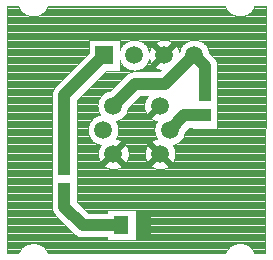
<source format=gbr>
G04 DipTrace 3.2.0.1*
G04 Top.gbr*
%MOIN*%
G04 #@! TF.FileFunction,Copper,L1,Top*
G04 #@! TF.Part,Single*
G04 #@! TA.AperFunction,Conductor*
%ADD14C,0.03937*%
G04 #@! TA.AperFunction,CopperBalancing*
%ADD15C,0.003937*%
%ADD16C,0.019685*%
%ADD17R,0.051181X0.059055*%
G04 #@! TA.AperFunction,ComponentPad*
%ADD18R,0.059055X0.059055*%
%ADD19C,0.059055*%
%ADD20R,0.03937X0.043307*%
%FSLAX26Y26*%
G04*
G70*
G90*
G75*
G01*
G04 Top*
%LPD*%
X767764Y956178D2*
D14*
X840719Y1029134D1*
X943260D1*
X1038976Y1124850D1*
X1074016Y990551D2*
Y1089811D1*
X1038976Y1124850D1*
X1074016Y923622D2*
X1005109D1*
X957604Y876115D1*
X606693Y679921D2*
Y618898D1*
X666929Y558661D1*
X796063D1*
X606693Y746850D2*
Y992567D1*
X738976Y1124850D1*
X415752Y1283596D2*
D15*
X454342D1*
X549595D2*
X1143319D1*
X1238571D2*
X1277154D1*
X415752Y1279790D2*
X456349D1*
X547588D2*
X1145326D1*
X1236564D2*
X1277146D1*
X415752Y1275984D2*
X458787D1*
X545150D2*
X1147763D1*
X1234127D2*
X1277131D1*
X415752Y1272178D2*
X461740D1*
X542197D2*
X1150716D1*
X1231174D2*
X1277123D1*
X415752Y1268373D2*
X465323D1*
X538614D2*
X1154299D1*
X1227591D2*
X1277115D1*
X415752Y1264567D2*
X469752D1*
X534185D2*
X1158728D1*
X1223161D2*
X1277108D1*
X415752Y1260761D2*
X475465D1*
X528472D2*
X1164442D1*
X1217448D2*
X1277100D1*
X415752Y1256955D2*
X483624D1*
X520313D2*
X1172600D1*
X1209290D2*
X1277085D1*
X415752Y1253150D2*
X1277077D1*
X415752Y1249344D2*
X1277069D1*
X415752Y1245538D2*
X1277062D1*
X415752Y1241732D2*
X1277054D1*
X415752Y1237927D2*
X1277046D1*
X415752Y1234121D2*
X1277031D1*
X415752Y1230315D2*
X1277023D1*
X415752Y1226509D2*
X1277015D1*
X415752Y1222703D2*
X1277008D1*
X415752Y1218898D2*
X1277000D1*
X415752Y1215092D2*
X1276985D1*
X415752Y1211286D2*
X1276977D1*
X415752Y1207480D2*
X1276969D1*
X415752Y1203675D2*
X1276962D1*
X415752Y1199869D2*
X1276954D1*
X415752Y1196063D2*
X1276946D1*
X415752Y1192257D2*
X1276931D1*
X415752Y1188451D2*
X1276923D1*
X415752Y1184646D2*
X1276915D1*
X415752Y1180840D2*
X1276908D1*
X415752Y1177034D2*
X1276900D1*
X415752Y1173228D2*
X687241D1*
X790706D2*
X821399D1*
X856551D2*
X921401D1*
X956552D2*
X1021402D1*
X1056554D2*
X1276885D1*
X415752Y1169423D2*
X687241D1*
X790706D2*
X813110D1*
X864848D2*
X913111D1*
X964841D2*
X1013105D1*
X1064843D2*
X1276877D1*
X415752Y1165617D2*
X687241D1*
X790706D2*
X807381D1*
X870576D2*
X907375D1*
X970578D2*
X1007377D1*
X1070572D2*
X1276869D1*
X415752Y1161811D2*
X687241D1*
X790706D2*
X802952D1*
X874998D2*
X902954D1*
X974999D2*
X1002955D1*
X1075001D2*
X1276862D1*
X415752Y1158005D2*
X687241D1*
X790706D2*
X799384D1*
X878566D2*
X899386D1*
X978567D2*
X999387D1*
X1078569D2*
X1276854D1*
X415752Y1154199D2*
X687241D1*
X790706D2*
X796462D1*
X881495D2*
X896464D1*
X981489D2*
X996457D1*
X1081491D2*
X1276846D1*
X415752Y1150394D2*
X687241D1*
X790706D2*
X794048D1*
X883902D2*
X894049D1*
X983904D2*
X994051D1*
X1083905D2*
X1276831D1*
X415752Y1146588D2*
X687241D1*
X885878D2*
X892073D1*
X985880D2*
X992074D1*
X1085881D2*
X1276823D1*
X415752Y1142782D2*
X687241D1*
X887478D2*
X890481D1*
X987472D2*
X990475D1*
X1087473D2*
X1276815D1*
X415752Y1138976D2*
X687241D1*
X1088726D2*
X1276808D1*
X415752Y1135171D2*
X687241D1*
X1089657D2*
X1276800D1*
X415752Y1131365D2*
X686410D1*
X1091541D2*
X1276785D1*
X415752Y1127559D2*
X682604D1*
X1095347D2*
X1276777D1*
X415752Y1123753D2*
X678798D1*
X1099153D2*
X1276769D1*
X415752Y1119948D2*
X674992D1*
X1102960D2*
X1276762D1*
X415752Y1116142D2*
X671193D1*
X1106481D2*
X1276754D1*
X415752Y1112336D2*
X667387D1*
X1109257D2*
X1276746D1*
X415752Y1108530D2*
X663580D1*
X1111441D2*
X1276731D1*
X415752Y1104724D2*
X659774D1*
X886601D2*
X891350D1*
X1113133D2*
X1276723D1*
X415752Y1100919D2*
X655968D1*
X790706D2*
X793163D1*
X884786D2*
X893165D1*
X1114394D2*
X1276716D1*
X415752Y1097113D2*
X652162D1*
X790706D2*
X795386D1*
X882572D2*
X895379D1*
X1115255D2*
X1276708D1*
X415752Y1093307D2*
X648355D1*
X790706D2*
X798077D1*
X879873D2*
X898078D1*
X1115755D2*
X1276700D1*
X415752Y1089501D2*
X644549D1*
X790706D2*
X801353D1*
X876597D2*
X901354D1*
X1115909D2*
X1276685D1*
X415752Y1085696D2*
X640743D1*
X790706D2*
X805382D1*
X872576D2*
X905376D1*
X1115909D2*
X1276677D1*
X415752Y1081890D2*
X636936D1*
X790706D2*
X810472D1*
X867477D2*
X910474D1*
X1115909D2*
X1276669D1*
X415752Y1078084D2*
X633130D1*
X790706D2*
X817400D1*
X860549D2*
X917402D1*
X1115909D2*
X1276662D1*
X415752Y1074278D2*
X629324D1*
X790706D2*
X829742D1*
X848208D2*
X929328D1*
X1115909D2*
X1276654D1*
X415752Y1070472D2*
X625518D1*
X743677D2*
X836716D1*
X1115909D2*
X1276646D1*
X415752Y1066667D2*
X621711D1*
X739871D2*
X822629D1*
X1115909D2*
X1276631D1*
X415752Y1062861D2*
X617905D1*
X736064D2*
X816147D1*
X1115909D2*
X1276623D1*
X415752Y1059055D2*
X614106D1*
X732258D2*
X811572D1*
X1115909D2*
X1276616D1*
X415752Y1055249D2*
X610300D1*
X728452D2*
X807758D1*
X1115909D2*
X1276608D1*
X415752Y1051444D2*
X606494D1*
X724646D2*
X803952D1*
X1115909D2*
X1276600D1*
X415752Y1047638D2*
X602687D1*
X720839D2*
X800145D1*
X1115909D2*
X1276585D1*
X415752Y1043832D2*
X598881D1*
X717033D2*
X796339D1*
X1115909D2*
X1276577D1*
X415752Y1040026D2*
X595075D1*
X713227D2*
X792533D1*
X1115909D2*
X1276569D1*
X415752Y1036220D2*
X591269D1*
X709428D2*
X788726D1*
X1115909D2*
X1276562D1*
X415752Y1032415D2*
X587462D1*
X705622D2*
X784920D1*
X1115909D2*
X1276554D1*
X415752Y1028609D2*
X583656D1*
X701815D2*
X781114D1*
X1115909D2*
X1276546D1*
X415752Y1024803D2*
X579850D1*
X698009D2*
X777308D1*
X1115909D2*
X1276531D1*
X415752Y1020997D2*
X576074D1*
X694203D2*
X773501D1*
X1115909D2*
X1276523D1*
X415752Y1017192D2*
X572898D1*
X690397D2*
X769695D1*
X1115909D2*
X1276516D1*
X415752Y1013386D2*
X570407D1*
X686590D2*
X765896D1*
X1115909D2*
X1276508D1*
X415752Y1009580D2*
X568454D1*
X682784D2*
X762090D1*
X1115909D2*
X1276500D1*
X415752Y1005774D2*
X566962D1*
X678978D2*
X754108D1*
X1115909D2*
X1276485D1*
X415752Y1001969D2*
X565886D1*
X675171D2*
X744158D1*
X1115909D2*
X1276477D1*
X415752Y998163D2*
X565178D1*
X671365D2*
X737822D1*
X1115909D2*
X1276469D1*
X415752Y994357D2*
X564840D1*
X667559D2*
X733047D1*
X1115909D2*
X1276462D1*
X415752Y990551D2*
X564801D1*
X663753D2*
X729233D1*
X1115909D2*
X1276454D1*
X415752Y986745D2*
X564801D1*
X659946D2*
X726127D1*
X857412D2*
X882369D1*
X1115909D2*
X1276446D1*
X415752Y982940D2*
X564801D1*
X656140D2*
X723558D1*
X853606D2*
X879762D1*
X1115909D2*
X1276431D1*
X415752Y979134D2*
X564801D1*
X652341D2*
X721451D1*
X849799D2*
X877617D1*
X1115909D2*
X1276423D1*
X415752Y975328D2*
X564801D1*
X648581D2*
X719737D1*
X845993D2*
X875871D1*
X1115909D2*
X1276416D1*
X415752Y971522D2*
X564801D1*
X648581D2*
X718376D1*
X842187D2*
X874479D1*
X1115909D2*
X1276408D1*
X415752Y967717D2*
X564801D1*
X648581D2*
X717345D1*
X838380D2*
X873418D1*
X1115909D2*
X1276400D1*
X415752Y963911D2*
X564801D1*
X648581D2*
X716615D1*
X834574D2*
X872665D1*
X1115909D2*
X1276385D1*
X415752Y960105D2*
X564801D1*
X648581D2*
X716184D1*
X830768D2*
X872203D1*
X1115909D2*
X1276377D1*
X415752Y956299D2*
X564801D1*
X648581D2*
X716030D1*
X826962D2*
X872026D1*
X1115909D2*
X1276369D1*
X415752Y952493D2*
X564801D1*
X648581D2*
X716161D1*
X823155D2*
X872134D1*
X1115909D2*
X1276362D1*
X415752Y948688D2*
X564801D1*
X648581D2*
X716584D1*
X819349D2*
X872526D1*
X1115909D2*
X1276354D1*
X415752Y944882D2*
X564801D1*
X648581D2*
X717291D1*
X818234D2*
X873211D1*
X1115909D2*
X1276346D1*
X415752Y941076D2*
X564801D1*
X648581D2*
X718306D1*
X817227D2*
X874195D1*
X1115909D2*
X1276331D1*
X415752Y937270D2*
X564801D1*
X648581D2*
X719637D1*
X815889D2*
X875502D1*
X1115909D2*
X1276323D1*
X415752Y933465D2*
X564801D1*
X648581D2*
X721328D1*
X814197D2*
X877163D1*
X1115909D2*
X1276316D1*
X415752Y929659D2*
X564801D1*
X648581D2*
X723412D1*
X812113D2*
X879208D1*
X1115909D2*
X1276308D1*
X415752Y925853D2*
X564801D1*
X648581D2*
X723266D1*
X809583D2*
X881700D1*
X1115909D2*
X1276300D1*
X415752Y922047D2*
X564801D1*
X648581D2*
X712516D1*
X806508D2*
X884722D1*
X1115909D2*
X1276285D1*
X415752Y918241D2*
X564801D1*
X648581D2*
X705949D1*
X802747D2*
X888413D1*
X1115909D2*
X1276277D1*
X415752Y914436D2*
X564801D1*
X648581D2*
X701051D1*
X798041D2*
X893019D1*
X1115909D2*
X1276270D1*
X415752Y910630D2*
X564801D1*
X648581D2*
X697153D1*
X791844D2*
X899047D1*
X1115909D2*
X1276262D1*
X415752Y906824D2*
X564801D1*
X648581D2*
X693969D1*
X782293D2*
X908113D1*
X1115909D2*
X1276254D1*
X415752Y903018D2*
X564801D1*
X648581D2*
X691355D1*
X779264D2*
X913480D1*
X1115909D2*
X1276246D1*
X415752Y899213D2*
X564801D1*
X648581D2*
X689202D1*
X781417D2*
X911358D1*
X1115909D2*
X1276231D1*
X415752Y895407D2*
X564801D1*
X648581D2*
X687448D1*
X783170D2*
X909636D1*
X1115909D2*
X1276223D1*
X415752Y891601D2*
X564801D1*
X648581D2*
X686049D1*
X784570D2*
X908259D1*
X1115909D2*
X1276216D1*
X415752Y887795D2*
X564801D1*
X648581D2*
X684988D1*
X785631D2*
X907213D1*
X1115909D2*
X1276208D1*
X415752Y883990D2*
X564801D1*
X648581D2*
X684227D1*
X786392D2*
X906475D1*
X1115909D2*
X1276200D1*
X415752Y880184D2*
X564801D1*
X648581D2*
X683758D1*
X786861D2*
X906029D1*
X1020752D2*
X1032129D1*
X1115909D2*
X1276185D1*
X415752Y876378D2*
X564801D1*
X648581D2*
X683581D1*
X787038D2*
X905868D1*
X1016945D2*
X1276177D1*
X415752Y872572D2*
X564801D1*
X648581D2*
X683681D1*
X786938D2*
X905991D1*
X1013139D2*
X1276170D1*
X415752Y868766D2*
X564801D1*
X648581D2*
X684065D1*
X786553D2*
X906398D1*
X1009333D2*
X1276162D1*
X415752Y864961D2*
X564801D1*
X648581D2*
X684749D1*
X785877D2*
X907098D1*
X1008110D2*
X1276154D1*
X415752Y861155D2*
X564801D1*
X648581D2*
X685726D1*
X784893D2*
X908098D1*
X1007103D2*
X1276146D1*
X415752Y857349D2*
X564801D1*
X648581D2*
X687026D1*
X783593D2*
X909420D1*
X1005780D2*
X1276131D1*
X415752Y853543D2*
X564801D1*
X648581D2*
X688679D1*
X781940D2*
X911097D1*
X1004104D2*
X1276123D1*
X415752Y849738D2*
X564801D1*
X648581D2*
X690717D1*
X779902D2*
X913165D1*
X1002043D2*
X1276116D1*
X415752Y845932D2*
X564801D1*
X648581D2*
X693200D1*
X781986D2*
X913734D1*
X999521D2*
X1276108D1*
X415752Y842126D2*
X564801D1*
X648581D2*
X696207D1*
X792336D2*
X902646D1*
X996468D2*
X1276100D1*
X415752Y838320D2*
X564801D1*
X648581D2*
X699890D1*
X798787D2*
X896002D1*
X992739D2*
X1276093D1*
X415752Y834514D2*
X564801D1*
X648581D2*
X704473D1*
X803632D2*
X891050D1*
X988079D2*
X1276077D1*
X415752Y830709D2*
X564801D1*
X648581D2*
X710471D1*
X807484D2*
X887121D1*
X981951D2*
X1276070D1*
X415752Y826903D2*
X564801D1*
X648581D2*
X719437D1*
X810637D2*
X883914D1*
X972615D2*
X1276062D1*
X415752Y823097D2*
X564801D1*
X648581D2*
X725081D1*
X813228D2*
X881285D1*
X969017D2*
X1276054D1*
X415752Y819291D2*
X564801D1*
X648581D2*
X722943D1*
X815358D2*
X879108D1*
X971185D2*
X1276047D1*
X415752Y815486D2*
X564801D1*
X648581D2*
X721213D1*
X817096D2*
X877348D1*
X972954D2*
X1276031D1*
X415752Y811680D2*
X564801D1*
X648581D2*
X719837D1*
X818472D2*
X875940D1*
X974361D2*
X1276023D1*
X415752Y807874D2*
X564801D1*
X648581D2*
X718783D1*
X819518D2*
X874856D1*
X975438D2*
X1276016D1*
X415752Y804068D2*
X564801D1*
X648581D2*
X718037D1*
X820264D2*
X874087D1*
X976206D2*
X1276008D1*
X415752Y800262D2*
X564801D1*
X648581D2*
X717584D1*
X820718D2*
X873611D1*
X976683D2*
X1276000D1*
X415752Y796457D2*
X564801D1*
X648581D2*
X717422D1*
X820887D2*
X873418D1*
X976875D2*
X1275993D1*
X415752Y792651D2*
X564801D1*
X648581D2*
X717537D1*
X820764D2*
X873511D1*
X976783D2*
X1275977D1*
X415752Y788845D2*
X564801D1*
X648581D2*
X717937D1*
X820364D2*
X873887D1*
X976406D2*
X1275970D1*
X415752Y785039D2*
X564801D1*
X648581D2*
X718629D1*
X819672D2*
X874556D1*
X975745D2*
X1275962D1*
X415752Y781234D2*
X564801D1*
X648581D2*
X719629D1*
X818680D2*
X875525D1*
X974776D2*
X1275954D1*
X415752Y777428D2*
X564801D1*
X648581D2*
X720944D1*
X817357D2*
X876809D1*
X973484D2*
X1275947D1*
X415752Y773622D2*
X564801D1*
X648581D2*
X722612D1*
X815689D2*
X878447D1*
X971847D2*
X1275931D1*
X415752Y769816D2*
X564801D1*
X648581D2*
X724673D1*
X813636D2*
X880470D1*
X969824D2*
X1275924D1*
X415752Y766010D2*
X564801D1*
X648581D2*
X727180D1*
X811129D2*
X882938D1*
X967364D2*
X1275916D1*
X415752Y762205D2*
X564801D1*
X648581D2*
X730217D1*
X808084D2*
X885929D1*
X964372D2*
X1275908D1*
X415752Y758399D2*
X564801D1*
X648581D2*
X733939D1*
X804370D2*
X889574D1*
X960720D2*
X1275900D1*
X415752Y754593D2*
X564801D1*
X648581D2*
X738576D1*
X799725D2*
X894118D1*
X956175D2*
X1275893D1*
X415752Y750787D2*
X564801D1*
X648581D2*
X744666D1*
X793635D2*
X900047D1*
X950247D2*
X1275877D1*
X415752Y746982D2*
X564801D1*
X648581D2*
X753901D1*
X784400D2*
X908836D1*
X941458D2*
X1275870D1*
X415752Y743176D2*
X564801D1*
X648581D2*
X1275862D1*
X415752Y739370D2*
X564801D1*
X648581D2*
X1275854D1*
X415752Y735564D2*
X564801D1*
X648581D2*
X1275847D1*
X415752Y731759D2*
X564801D1*
X648581D2*
X1275831D1*
X415752Y727953D2*
X564801D1*
X648581D2*
X1275824D1*
X415752Y724147D2*
X564801D1*
X648581D2*
X1275816D1*
X415752Y720341D2*
X564801D1*
X648581D2*
X1275808D1*
X415752Y716535D2*
X564801D1*
X648581D2*
X1275800D1*
X415752Y712730D2*
X564801D1*
X648581D2*
X1275793D1*
X415752Y708924D2*
X564801D1*
X648581D2*
X1275777D1*
X415752Y705118D2*
X564801D1*
X648581D2*
X1275770D1*
X415752Y701312D2*
X564801D1*
X648581D2*
X1275762D1*
X415752Y697507D2*
X564801D1*
X648581D2*
X1275754D1*
X415752Y693701D2*
X564801D1*
X648581D2*
X1275747D1*
X415752Y689895D2*
X564801D1*
X648581D2*
X1275731D1*
X415752Y686089D2*
X564801D1*
X648581D2*
X1275724D1*
X415752Y682283D2*
X564801D1*
X648581D2*
X1275716D1*
X415752Y678478D2*
X564801D1*
X648581D2*
X1275708D1*
X415752Y674672D2*
X564801D1*
X648581D2*
X1275701D1*
X415752Y670866D2*
X564801D1*
X648581D2*
X1275693D1*
X415752Y667060D2*
X564801D1*
X648581D2*
X1275677D1*
X415752Y663255D2*
X564801D1*
X648581D2*
X1275670D1*
X415752Y659449D2*
X564801D1*
X648581D2*
X1275662D1*
X415752Y655643D2*
X564801D1*
X648581D2*
X1275654D1*
X415752Y651837D2*
X564801D1*
X648581D2*
X1275647D1*
X415752Y648031D2*
X564801D1*
X648581D2*
X1275631D1*
X415752Y644226D2*
X564801D1*
X648581D2*
X1275624D1*
X415752Y640420D2*
X564801D1*
X648581D2*
X1275616D1*
X415752Y636614D2*
X564801D1*
X648581D2*
X1275608D1*
X415752Y632808D2*
X564801D1*
X651857D2*
X1275601D1*
X415752Y629003D2*
X564801D1*
X655663D2*
X1275593D1*
X415752Y625197D2*
X564801D1*
X659470D2*
X1275577D1*
X415752Y621391D2*
X564801D1*
X663276D2*
X1275570D1*
X415752Y617585D2*
X564825D1*
X667082D2*
X1275562D1*
X415752Y613780D2*
X565117D1*
X670888D2*
X1275554D1*
X415752Y609974D2*
X565770D1*
X674695D2*
X748264D1*
X843855D2*
X1275547D1*
X415752Y606168D2*
X566801D1*
X678501D2*
X748264D1*
X843855D2*
X1275531D1*
X415752Y602362D2*
X568239D1*
X682307D2*
X748264D1*
X843855D2*
X1275524D1*
X415752Y598556D2*
X570130D1*
X843855D2*
X1275516D1*
X415752Y594751D2*
X572552D1*
X843855D2*
X1275508D1*
X415752Y590945D2*
X575628D1*
X843855D2*
X1275501D1*
X415752Y587139D2*
X579373D1*
X843855D2*
X1275493D1*
X415752Y583333D2*
X583179D1*
X843855D2*
X1275478D1*
X415752Y579528D2*
X586986D1*
X843855D2*
X1275470D1*
X415752Y575722D2*
X590792D1*
X843855D2*
X1275462D1*
X415752Y571916D2*
X594598D1*
X843855D2*
X1275454D1*
X415752Y568110D2*
X598404D1*
X843855D2*
X1275447D1*
X415752Y564304D2*
X602211D1*
X843855D2*
X1275431D1*
X415752Y560499D2*
X606017D1*
X843855D2*
X1275424D1*
X415752Y556693D2*
X609823D1*
X843855D2*
X1275416D1*
X415752Y552887D2*
X613622D1*
X843855D2*
X1275408D1*
X415752Y549081D2*
X617428D1*
X843855D2*
X1275401D1*
X415752Y545276D2*
X621234D1*
X843855D2*
X1275393D1*
X415752Y541470D2*
X625041D1*
X843855D2*
X1275378D1*
X415752Y537664D2*
X628847D1*
X843855D2*
X1275370D1*
X415752Y533858D2*
X632653D1*
X843855D2*
X1275362D1*
X415752Y530052D2*
X636460D1*
X843855D2*
X1275354D1*
X415752Y526247D2*
X640627D1*
X843855D2*
X1275347D1*
X415752Y522441D2*
X646287D1*
X843855D2*
X1275331D1*
X415752Y518635D2*
X655591D1*
X843855D2*
X1275324D1*
X415752Y514829D2*
X748264D1*
X843855D2*
X1275316D1*
X415752Y511024D2*
X748264D1*
X843855D2*
X1275308D1*
X415752Y507218D2*
X1275301D1*
X415752Y503412D2*
X1275293D1*
X415752Y499606D2*
X1275278D1*
X415752Y495801D2*
X485946D1*
X517991D2*
X1174922D1*
X1206967D2*
X1275270D1*
X415752Y491995D2*
X476880D1*
X527057D2*
X1165856D1*
X1216033D2*
X1275262D1*
X415752Y488189D2*
X470813D1*
X533124D2*
X1159789D1*
X1222100D2*
X1275255D1*
X415752Y484383D2*
X466161D1*
X537776D2*
X1155137D1*
X1226752D2*
X1275247D1*
X415752Y480577D2*
X462424D1*
X541513D2*
X1151400D1*
X1230490D2*
X1275231D1*
X415752Y476772D2*
X459356D1*
X544581D2*
X1148332D1*
X1233558D2*
X1275224D1*
X415752Y472966D2*
X456818D1*
X547119D2*
X1145795D1*
X1236095D2*
X1275216D1*
X415752Y469160D2*
X454727D1*
X549210D2*
X1143703D1*
X1238187D2*
X1275208D1*
X415752Y465354D2*
X453020D1*
X550917D2*
X758653D1*
X1115512Y990516D2*
Y880157D1*
X1032520D1*
Y882118D1*
X1022304Y882126D1*
X1008316Y868144D1*
X1007588Y864408D1*
X1006544Y860613D1*
X1005213Y856909D1*
X1003602Y853318D1*
X1001720Y849861D1*
X999579Y846558D1*
X997191Y843429D1*
X994571Y840492D1*
X991733Y837765D1*
X988694Y835263D1*
X985473Y833001D1*
X982088Y830992D1*
X978559Y829249D1*
X974907Y827781D1*
X971153Y826598D1*
X967320Y825705D1*
X966918Y825635D1*
X968582Y823161D1*
X970178Y820447D1*
X971605Y817640D1*
X972857Y814750D1*
X973930Y811790D1*
X974819Y808769D1*
X975522Y805699D1*
X976034Y802592D1*
X976356Y799459D1*
X976484Y796313D1*
X976413Y793035D1*
X976148Y789898D1*
X975690Y786782D1*
X975043Y783700D1*
X974208Y780664D1*
X973188Y777684D1*
X971988Y774773D1*
X970611Y771941D1*
X969063Y769198D1*
X967350Y766556D1*
X965478Y764023D1*
X963455Y761610D1*
X961287Y759326D1*
X958984Y757179D1*
X956553Y755177D1*
X954003Y753328D1*
X951346Y751639D1*
X948590Y750116D1*
X945745Y748764D1*
X942823Y747590D1*
X939835Y746597D1*
X936791Y745789D1*
X933703Y745169D1*
X930584Y744740D1*
X927444Y744503D1*
X924295Y744459D1*
X921149Y744607D1*
X918019Y744949D1*
X914915Y745482D1*
X911850Y746204D1*
X908834Y747112D1*
X905881Y748204D1*
X902999Y749475D1*
X900201Y750920D1*
X897497Y752534D1*
X894897Y754311D1*
X892411Y756244D1*
X890048Y758325D1*
X887817Y760548D1*
X885727Y762903D1*
X883784Y765382D1*
X881998Y767975D1*
X880374Y770673D1*
X878918Y773465D1*
X877636Y776342D1*
X876533Y779291D1*
X875613Y782303D1*
X874879Y785366D1*
X874335Y788467D1*
X873981Y791596D1*
X873820Y794741D1*
X873853Y797890D1*
X874078Y801031D1*
X874495Y804153D1*
X875103Y807243D1*
X875900Y810289D1*
X876881Y813282D1*
X878045Y816208D1*
X879385Y819058D1*
X880898Y821820D1*
X882577Y824484D1*
X884416Y827040D1*
X886409Y829478D1*
X888547Y831790D1*
X890823Y833966D1*
X893228Y835999D1*
X895754Y837881D1*
X898390Y839604D1*
X901126Y841162D1*
X903953Y842549D1*
X906860Y843761D1*
X909836Y844792D1*
X912869Y845638D1*
X915826Y846275D1*
X914452Y848300D1*
X912448Y851688D1*
X910709Y855219D1*
X909246Y858873D1*
X908067Y862629D1*
X907179Y866463D1*
X906588Y870355D1*
X906297Y874280D1*
X906307Y878216D1*
X906618Y882139D1*
X907230Y886028D1*
X908137Y889858D1*
X909335Y893607D1*
X910817Y897253D1*
X912574Y900776D1*
X914596Y904153D1*
X915303Y905208D1*
X912372Y905786D1*
X909324Y906578D1*
X906331Y907556D1*
X903403Y908715D1*
X900551Y910052D1*
X897787Y911561D1*
X895121Y913237D1*
X892563Y915073D1*
X890122Y917062D1*
X887807Y919198D1*
X885628Y921471D1*
X883592Y923873D1*
X881707Y926396D1*
X879981Y929030D1*
X878419Y931765D1*
X877028Y934590D1*
X875813Y937495D1*
X874778Y940469D1*
X873927Y943501D1*
X873264Y946580D1*
X872791Y949693D1*
X872510Y952830D1*
X872421Y955978D1*
X872526Y959125D1*
X872824Y962260D1*
X873313Y965371D1*
X873992Y968446D1*
X874858Y971474D1*
X875908Y974442D1*
X877138Y977341D1*
X878544Y980159D1*
X880120Y982886D1*
X881860Y985510D1*
X883450Y987637D1*
X857914Y987638D1*
X818478Y948208D1*
X817750Y944471D1*
X816706Y940676D1*
X815374Y936972D1*
X813763Y933381D1*
X811881Y929924D1*
X809740Y926621D1*
X807352Y923492D1*
X804732Y920555D1*
X801894Y917828D1*
X798856Y915326D1*
X795635Y913064D1*
X792250Y911055D1*
X788721Y909312D1*
X785068Y907844D1*
X781315Y906661D1*
X777481Y905768D1*
X777080Y905698D1*
X778532Y903557D1*
X780527Y900164D1*
X782257Y896628D1*
X783711Y892971D1*
X784880Y889212D1*
X785757Y885375D1*
X786339Y881482D1*
X786620Y877556D1*
X786611Y873885D1*
X786309Y869961D1*
X785708Y866071D1*
X784810Y862238D1*
X783622Y858486D1*
X782149Y854836D1*
X780401Y851309D1*
X778388Y847927D1*
X777600Y846761D1*
X780669Y846153D1*
X783715Y845353D1*
X786706Y844368D1*
X789631Y843201D1*
X792479Y841857D1*
X795239Y840340D1*
X797901Y838658D1*
X800454Y836815D1*
X802890Y834819D1*
X805199Y832678D1*
X807373Y830399D1*
X809402Y827991D1*
X811281Y825464D1*
X813000Y822825D1*
X814555Y820087D1*
X815939Y817258D1*
X817146Y814350D1*
X818174Y811373D1*
X819016Y808339D1*
X819672Y805258D1*
X820137Y802144D1*
X820410Y799007D1*
X820489Y795730D1*
X820369Y792583D1*
X820055Y789449D1*
X819550Y786341D1*
X818856Y783269D1*
X817974Y780246D1*
X816909Y777283D1*
X815664Y774390D1*
X814244Y771579D1*
X812654Y768861D1*
X810901Y766245D1*
X808990Y763742D1*
X806930Y761360D1*
X804728Y759109D1*
X802391Y756998D1*
X799930Y755033D1*
X797353Y753224D1*
X794669Y751575D1*
X791890Y750095D1*
X789025Y748787D1*
X786086Y747658D1*
X783082Y746711D1*
X780027Y745950D1*
X776930Y745377D1*
X773804Y744996D1*
X770661Y744807D1*
X767512Y744811D1*
X764369Y745008D1*
X761244Y745398D1*
X758148Y745978D1*
X755095Y746747D1*
X752094Y747702D1*
X749157Y748839D1*
X746296Y750154D1*
X743520Y751641D1*
X740841Y753297D1*
X738269Y755113D1*
X735812Y757084D1*
X733481Y759201D1*
X731285Y761458D1*
X729231Y763845D1*
X727327Y766353D1*
X725580Y768973D1*
X723998Y771696D1*
X722585Y774510D1*
X721347Y777406D1*
X720290Y780372D1*
X719416Y783398D1*
X718729Y786471D1*
X718232Y789581D1*
X717927Y792715D1*
X717814Y795862D1*
X717895Y799010D1*
X718168Y802147D1*
X718634Y805262D1*
X719289Y808342D1*
X720132Y811376D1*
X721159Y814353D1*
X722367Y817261D1*
X723751Y820090D1*
X725306Y822828D1*
X726852Y825215D1*
X723538Y825882D1*
X719744Y826931D1*
X716042Y828267D1*
X712453Y829883D1*
X708998Y831769D1*
X705698Y833915D1*
X702572Y836307D1*
X699639Y838931D1*
X696915Y841772D1*
X694417Y844814D1*
X692159Y848038D1*
X690155Y851425D1*
X688416Y854957D1*
X686953Y858611D1*
X685774Y862366D1*
X684887Y866201D1*
X684295Y870092D1*
X684004Y874017D1*
X684014Y877953D1*
X684326Y881877D1*
X684937Y885765D1*
X685845Y889595D1*
X687043Y893345D1*
X688525Y896991D1*
X690282Y900513D1*
X692303Y903890D1*
X694578Y907103D1*
X697091Y910131D1*
X699830Y912959D1*
X702777Y915568D1*
X705915Y917944D1*
X709226Y920072D1*
X712691Y921940D1*
X716288Y923538D1*
X719997Y924855D1*
X723796Y925884D1*
X725988Y926334D1*
X724613Y928363D1*
X722609Y931751D1*
X720870Y935282D1*
X719407Y938936D1*
X718228Y942692D1*
X717341Y946526D1*
X716749Y950418D1*
X716458Y954343D1*
X716468Y958279D1*
X716780Y962202D1*
X717391Y966091D1*
X718299Y969921D1*
X719497Y973670D1*
X720979Y977316D1*
X722736Y980839D1*
X724757Y984216D1*
X727032Y987428D1*
X729545Y990457D1*
X732284Y993284D1*
X735231Y995893D1*
X738369Y998269D1*
X741680Y1000397D1*
X745145Y1002266D1*
X748742Y1003863D1*
X752451Y1005180D1*
X756250Y1006209D1*
X759791Y1006889D1*
X811842Y1058934D1*
X814795Y1061535D1*
X817981Y1063845D1*
X821371Y1065843D1*
X824936Y1067511D1*
X828643Y1068834D1*
X832458Y1069799D1*
X836348Y1070399D1*
X840277Y1070628D1*
X926065Y1070630D1*
X929778Y1074337D1*
X926440Y1075066D1*
X923411Y1075928D1*
X920441Y1076975D1*
X917540Y1078201D1*
X914721Y1079603D1*
X911992Y1081175D1*
X909365Y1082912D1*
X906850Y1084806D1*
X904455Y1086852D1*
X902190Y1089040D1*
X900064Y1091362D1*
X898084Y1093811D1*
X896258Y1096377D1*
X894592Y1099049D1*
X893094Y1101819D1*
X891768Y1104676D1*
X890620Y1107608D1*
X889654Y1110605D1*
X888976Y1113205D1*
X887918Y1109348D1*
X886587Y1105644D1*
X884976Y1102053D1*
X883094Y1098596D1*
X880953Y1095293D1*
X878565Y1092164D1*
X875945Y1089227D1*
X873107Y1086500D1*
X870068Y1083998D1*
X866847Y1081736D1*
X863462Y1079727D1*
X859933Y1077984D1*
X856281Y1076516D1*
X852527Y1075332D1*
X848694Y1074440D1*
X844803Y1073844D1*
X840878Y1073547D1*
X836942Y1073552D1*
X833018Y1073859D1*
X829129Y1074465D1*
X825298Y1075368D1*
X821547Y1076561D1*
X817899Y1078038D1*
X814374Y1079791D1*
X810995Y1081808D1*
X807779Y1084078D1*
X804747Y1086588D1*
X801916Y1089323D1*
X799304Y1092266D1*
X796924Y1095402D1*
X794791Y1098710D1*
X792918Y1102172D1*
X791316Y1105767D1*
X790314Y1108519D1*
X790315Y1073512D1*
X746324D1*
X648193Y975382D1*
X648189Y636084D1*
X684117Y600158D1*
X748660D1*
X748661Y610000D1*
X843465D1*
Y507323D1*
X748661D1*
Y517158D1*
X666929Y517165D1*
X662998Y517352D1*
X659102Y517910D1*
X655277Y518835D1*
X651556Y520118D1*
X647974Y521747D1*
X644562Y523709D1*
X641352Y525985D1*
X638366Y528561D1*
X593045Y573861D1*
X575992Y590980D1*
X573486Y594014D1*
X571278Y597272D1*
X569388Y600724D1*
X567834Y604340D1*
X566630Y608086D1*
X565786Y611930D1*
X565310Y615837D1*
X565197Y618921D1*
X565202Y993219D1*
X565450Y997147D1*
X566070Y1001033D1*
X567054Y1004843D1*
X568396Y1008543D1*
X570081Y1012100D1*
X572096Y1015480D1*
X574423Y1018655D1*
X577039Y1021594D1*
X687638Y1132190D1*
Y1176189D1*
X790315D1*
Y1141210D1*
X791415Y1144179D1*
X793036Y1147766D1*
X794927Y1151218D1*
X797076Y1154516D1*
X799472Y1157639D1*
X802100Y1160569D1*
X804945Y1163289D1*
X807990Y1165783D1*
X811217Y1168037D1*
X814607Y1170037D1*
X818141Y1171771D1*
X821796Y1173229D1*
X825553Y1174403D1*
X829389Y1175286D1*
X833281Y1175872D1*
X837207Y1176158D1*
X841143Y1176143D1*
X845066Y1175827D1*
X848954Y1175210D1*
X852782Y1174298D1*
X856530Y1173095D1*
X860175Y1171608D1*
X863695Y1169847D1*
X867069Y1167821D1*
X870279Y1165542D1*
X873304Y1163024D1*
X876128Y1160282D1*
X878733Y1157332D1*
X881105Y1154191D1*
X883229Y1150877D1*
X885093Y1147410D1*
X886685Y1143811D1*
X887998Y1140100D1*
X888976Y1136486D1*
X889728Y1139350D1*
X890709Y1142342D1*
X891873Y1145268D1*
X893213Y1148118D1*
X894726Y1150880D1*
X896405Y1153544D1*
X898244Y1156100D1*
X900237Y1158539D1*
X902375Y1160850D1*
X904651Y1163027D1*
X907057Y1165059D1*
X909582Y1166941D1*
X912218Y1168664D1*
X914954Y1170222D1*
X917781Y1171610D1*
X920688Y1172821D1*
X923664Y1173852D1*
X926697Y1174699D1*
X929776Y1175358D1*
X932890Y1175827D1*
X936027Y1176104D1*
X939175Y1176189D1*
X942322Y1176080D1*
X945457Y1175778D1*
X948567Y1175285D1*
X951641Y1174602D1*
X954668Y1173732D1*
X957635Y1172678D1*
X960533Y1171444D1*
X963349Y1170035D1*
X966073Y1168456D1*
X968696Y1166712D1*
X971206Y1164811D1*
X973596Y1162760D1*
X975855Y1160566D1*
X977975Y1158238D1*
X979949Y1155784D1*
X981769Y1153214D1*
X983427Y1150537D1*
X984918Y1147763D1*
X986237Y1144903D1*
X987377Y1141968D1*
X988336Y1138968D1*
X988976Y1136496D1*
X990074Y1140479D1*
X991415Y1144179D1*
X993036Y1147766D1*
X994927Y1151218D1*
X997076Y1154516D1*
X999472Y1157639D1*
X1002100Y1160569D1*
X1004945Y1163289D1*
X1007990Y1165783D1*
X1011217Y1168037D1*
X1014607Y1170037D1*
X1018141Y1171771D1*
X1021796Y1173229D1*
X1025553Y1174403D1*
X1029389Y1175286D1*
X1033281Y1175872D1*
X1037207Y1176158D1*
X1041143Y1176143D1*
X1045066Y1175827D1*
X1048954Y1175210D1*
X1052782Y1174298D1*
X1056530Y1173095D1*
X1060175Y1171608D1*
X1063695Y1169847D1*
X1067069Y1167821D1*
X1070279Y1165542D1*
X1073304Y1163024D1*
X1076128Y1160282D1*
X1078733Y1157332D1*
X1081105Y1154191D1*
X1083229Y1150877D1*
X1085093Y1147410D1*
X1086685Y1143811D1*
X1087998Y1140100D1*
X1089022Y1136300D1*
X1089687Y1132818D1*
X1103358Y1119153D1*
X1106006Y1116242D1*
X1108366Y1113092D1*
X1110417Y1109733D1*
X1112140Y1106195D1*
X1113521Y1102510D1*
X1114546Y1098710D1*
X1115207Y1094831D1*
X1115497Y1090898D1*
X1115512Y1026819D1*
Y990543D1*
X1142751Y466228D2*
X1144299Y469569D1*
X1146213Y473009D1*
X1148380Y476295D1*
X1150788Y479408D1*
X1153423Y482332D1*
X1156270Y485050D1*
X1159314Y487545D1*
X1162537Y489805D1*
X1165920Y491816D1*
X1169445Y493568D1*
X1173092Y495049D1*
X1176839Y496252D1*
X1180667Y497170D1*
X1184553Y497797D1*
X1188475Y498131D1*
X1192411Y498168D1*
X1196338Y497910D1*
X1200235Y497358D1*
X1204080Y496513D1*
X1207850Y495383D1*
X1211525Y493972D1*
X1215083Y492289D1*
X1218504Y490343D1*
X1221769Y488145D1*
X1224861Y485708D1*
X1227760Y483046D1*
X1230450Y480173D1*
X1232918Y477107D1*
X1235147Y473863D1*
X1237127Y470461D1*
X1238845Y466920D1*
X1239043Y466444D1*
X1275595Y466540D1*
X1277554Y1287396D1*
X1239811Y1287401D1*
X1238851Y1285062D1*
X1237133Y1281520D1*
X1235155Y1278117D1*
X1232926Y1274873D1*
X1230460Y1271806D1*
X1227770Y1268932D1*
X1224871Y1266269D1*
X1221781Y1263831D1*
X1218516Y1261633D1*
X1215095Y1259686D1*
X1211537Y1258002D1*
X1207863Y1256590D1*
X1204093Y1255459D1*
X1200249Y1254613D1*
X1196352Y1254060D1*
X1192425Y1253800D1*
X1188489Y1253837D1*
X1184567Y1254170D1*
X1180681Y1254796D1*
X1176853Y1255713D1*
X1173105Y1256915D1*
X1169458Y1258395D1*
X1165932Y1260145D1*
X1162548Y1262156D1*
X1159325Y1264415D1*
X1156281Y1266910D1*
X1153432Y1269626D1*
X1150797Y1272550D1*
X1148388Y1275663D1*
X1146220Y1278948D1*
X1144305Y1282387D1*
X1142654Y1285960D1*
X1142086Y1287397D1*
X550835Y1287401D1*
X549874Y1285062D1*
X548157Y1281520D1*
X546178Y1278117D1*
X543950Y1274873D1*
X541483Y1271806D1*
X538793Y1268932D1*
X535895Y1266269D1*
X532804Y1263831D1*
X529539Y1261633D1*
X526119Y1259686D1*
X522561Y1258002D1*
X518887Y1256590D1*
X515117Y1255459D1*
X511273Y1254613D1*
X507376Y1254060D1*
X503448Y1253800D1*
X499512Y1253837D1*
X495590Y1254170D1*
X491704Y1254796D1*
X487877Y1255713D1*
X484128Y1256915D1*
X480481Y1258395D1*
X476956Y1260145D1*
X473572Y1262156D1*
X470349Y1264415D1*
X467304Y1266910D1*
X464456Y1269626D1*
X461820Y1272550D1*
X459411Y1275663D1*
X457244Y1278948D1*
X455329Y1282387D1*
X453678Y1285960D1*
X453110Y1287397D1*
X415362Y1287401D1*
X415354Y464575D1*
X453143Y464658D1*
X454464Y467798D1*
X456247Y471307D1*
X458289Y474672D1*
X460578Y477874D1*
X463101Y480895D1*
X465844Y483718D1*
X468792Y486326D1*
X471928Y488706D1*
X475233Y490843D1*
X478690Y492725D1*
X482278Y494343D1*
X485978Y495686D1*
X489768Y496747D1*
X493628Y497520D1*
X497534Y498001D1*
X501466Y498187D1*
X505400Y498076D1*
X509316Y497671D1*
X513189Y496972D1*
X516999Y495984D1*
X520724Y494712D1*
X524343Y493164D1*
X527835Y491348D1*
X531181Y489275D1*
X534362Y486956D1*
X537359Y484405D1*
X540156Y481635D1*
X542737Y478663D1*
X545087Y475506D1*
X547193Y472181D1*
X549043Y468706D1*
X550627Y465103D1*
X550710Y464880D1*
X1142749Y466228D1*
X923760Y955845D2*
D16*
X887463Y919549D1*
X769152Y796123D2*
X805449Y759827D1*
Y832420D2*
X732856Y759827D1*
X888852Y832086D2*
X961445Y759494D1*
X925148Y795790D2*
X888852Y759494D1*
X902680Y1161147D2*
X938976Y1124850D1*
X975273Y1161147D2*
X902680Y1088554D1*
D17*
X870866Y558661D3*
X796063D3*
D18*
X738976Y1124850D3*
D19*
X838976D3*
X938976D3*
X1038976D3*
D20*
X1074016Y923622D3*
Y990551D3*
X606693Y679921D3*
Y746850D3*
D19*
X923760Y955845D3*
X957602Y876115D3*
X769152Y796123D3*
X735310Y875853D3*
X767764Y956178D3*
X925148Y795790D3*
M02*

</source>
